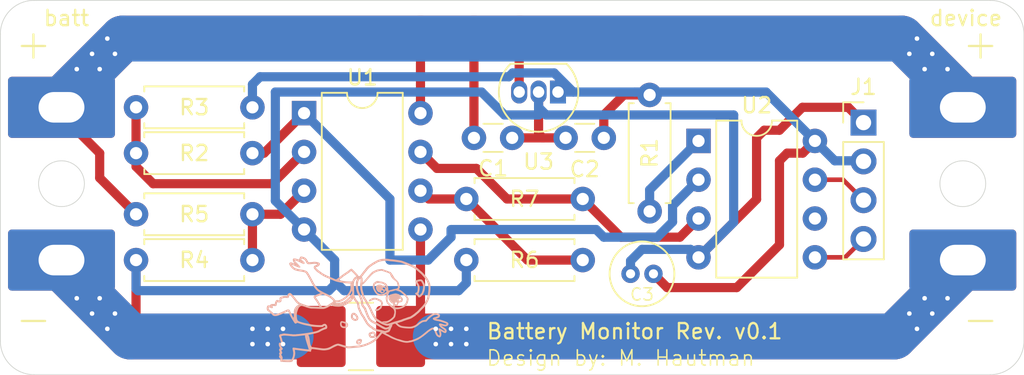
<source format=kicad_pcb>
(kicad_pcb (version 20240108) (generator "pcbnew") (generator_version "8.0")
  (layers (0 "F.Cu" signal) (31 "B.Cu" signal) (34 "B.Paste" user) (35 "F.Paste" user) (36 "B.SilkS" user "B.Silkscreen") (37 "F.SilkS" user "F.Silkscreen") (38 "B.Mask" user) (39 "F.Mask" user) (44 "Edge.Cuts" user))
  (net 0 "")
  (net 1 "+8.4V")
  (net 2 "GND")
  (net 3 "Net-(J1-Pin_3)")
  (net 4 "Net-(U2-~{RESET}{slash}PB5)")
  (net 5 "Net-(U1A--)")
  (net 6 "Net-(U2-XTAL1{slash}PB3)")
  (net 7 "Net-(U1A-+)")
  (net 9 "Net-(NegDevice1-Pin_1)")
  (net 10 "Net-(U1B--)")
  (net 11 "Net-(U2-XTAL2{slash}PB4)")
  (net 12 "Net-(J1-Pin_4)")
  (net 13 "/5v")
  (footprint "1_Custom_Pads:bhm_large_power_pad" (layer "F.Cu") (at 197 122)
    (property "Reference" "PosBatt1" (hide yes))
    (property "Value" "Conn_01x01" (hide yes))
    (pad "1" thru_hole roundrect (at 0 0) (size 7 4) (drill oval 3 2) (layers "*.Cu" "*.Mask") (roundrect_rratio 0.0625) (net 1 "+8.4V"))
  )
  (footprint "1_Custom_Pads:bhm_large_power_pad" (layer "F.Cu") (at 256 132)
    (property "Reference" "NegDevice1" (hide yes))
    (property "Value" "Conn_01x01" (hide yes))
    (pad "1" thru_hole roundrect (at 0 0) (size 7 4) (drill oval 3 2) (layers "*.Cu" "*.Mask") (roundrect_rratio 0.0625) (net 9 "Net-(NegDevice1-Pin_1)"))
  )
  (footprint "Resistor_SMD:R_2816_7142Metric_Pad3.20x4.45mm_HandSolder" (layer "F.Cu") (at 216.6 137 180)
    (property "Reference" "SENS1" (hide yes))
    (property "Value" ".01")
    (pad "1" smd roundrect (at -2.6 0 180) (size 3.2 4) (layers "F.Cu" "F.Paste" "F.Mask") (roundrect_rratio 0.078125) (net 9 "Net-(NegDevice1-Pin_1)"))
    (pad "2" smd roundrect (at 2.6 0 180) (size 3.2 4) (layers "F.Cu" "F.Paste" "F.Mask") (roundrect_rratio 0.078125) (net 2 "GND"))
  )
  (footprint "Resistor_THT:R_Axial_DIN0207_L6.3mm_D2.5mm_P7.62mm_Horizontal" (layer "F.Cu") (at 209.5 125 180)
    (property "Reference" "R2" (at 3.81 0 180) (layer "F.SilkS"))
    (property "Value" "300k" (hide yes))
    (pad "1" thru_hole circle (at 0 0 180) (size 1.6 1.6) (drill 0.8) (layers "*.Cu" "*.Mask") (net 6 "Net-(U2-XTAL1{slash}PB3)"))
    (pad "2" thru_hole oval (at 7.62 0 180) (size 1.6 1.6) (drill 0.8) (layers "*.Cu" "*.Mask") (net 5 "Net-(U1A--)"))
  )
  (footprint "Connector_PinHeader_2.54mm:PinHeader_1x04_P2.54mm_Vertical" (layer "F.Cu") (at 249.5 123)
    (property "Reference" "J1" (at 0 -2.33 0) (layer "F.SilkS"))
    (property "Value" "Conn_01x04")
    (pad "1" thru_hole rect (at 0 0) (size 1.7 1.7) (drill 1) (layers "*.Cu" "*.Mask") (net 2 "GND"))
    (pad "2" thru_hole oval (at 0 2.54) (size 1.7 1.7) (drill 1) (layers "*.Cu" "*.Mask") (net 13 "/5v"))
    (pad "3" thru_hole oval (at 0 5.08) (size 1.7 1.7) (drill 1) (layers "*.Cu" "*.Mask") (net 3 "Net-(J1-Pin_3)"))
    (pad "4" thru_hole oval (at 0 7.62) (size 1.7 1.7) (drill 1) (layers "*.Cu" "*.Mask") (net 12 "Net-(J1-Pin_4)"))
  )
  (footprint "Package_TO_SOT_THT:TO-92_Inline" (layer "F.Cu") (at 229.5 121 180)
    (property "Reference" "U3" (at 1.27 -4.56 180) (layer "F.SilkS"))
    (property "Value" "LM78L05_TO92" (hide yes))
    (pad "1" thru_hole rect (at 0 0 180) (size 1.05 1.5) (drill 0.75) (layers "*.Cu" "*.Mask") (net 13 "/5v"))
    (pad "2" thru_hole oval (at 1.27 0 180) (size 1.05 1.5) (drill 0.75) (layers "*.Cu" "*.Mask") (net 2 "GND"))
    (pad "3" thru_hole oval (at 2.54 0 180) (size 1.05 1.5) (drill 0.75) (layers "*.Cu" "*.Mask") (net 1 "+8.4V"))
  )
  (footprint "Resistor_THT:R_Axial_DIN0207_L6.3mm_D2.5mm_P7.62mm_Horizontal" (layer "F.Cu") (at 209.5 122 180)
    (property "Reference" "R3" (at 3.81 0 180) (layer "F.SilkS"))
    (property "Value" "300k")
    (pad "1" thru_hole circle (at 0 0 180) (size 1.6 1.6) (drill 0.8) (layers "*.Cu" "*.Mask") (net 13 "/5v"))
    (pad "2" thru_hole oval (at 7.62 0 180) (size 1.6 1.6) (drill 0.8) (layers "*.Cu" "*.Mask") (net 5 "Net-(U1A--)"))
  )
  (footprint "Resistor_THT:R_Axial_DIN0207_L6.3mm_D2.5mm_P7.62mm_Horizontal" (layer "F.Cu") (at 201.88 129)
    (property "Reference" "R5" (at 3.81 0 0) (layer "F.SilkS"))
    (property "Value" "300k" (hide yes))
    (pad "1" thru_hole circle (at 0 0) (size 1.6 1.6) (drill 0.8) (layers "*.Cu" "*.Mask") (net 1 "+8.4V"))
    (pad "2" thru_hole oval (at 7.62 0) (size 1.6 1.6) (drill 0.8) (layers "*.Cu" "*.Mask") (net 7 "Net-(U1A-+)"))
  )
  (footprint "1_Custom_Pads:bhm_large_power_pad" (layer "F.Cu") (at 256 122)
    (property "Reference" "PosDevice1" (hide yes))
    (property "Value" "Conn_01x01" (hide yes))
    (pad "1" thru_hole roundrect (at 0 0) (size 7 4) (drill oval 3 2) (layers "*.Cu" "*.Mask") (roundrect_rratio 0.0625) (net 1 "+8.4V"))
  )
  (footprint "Resistor_THT:R_Axial_DIN0207_L6.3mm_D2.5mm_P7.62mm_Horizontal" (layer "F.Cu") (at 231.12 132 180)
    (property "Reference" "R6" (at 3.81 0 180) (layer "F.SilkS"))
    (property "Value" "22k")
    (pad "1" thru_hole circle (at 0 0 180) (size 1.6 1.6) (drill 0.8) (layers "*.Cu" "*.Mask") (net 10 "Net-(U1B--)"))
    (pad "2" thru_hole oval (at 7.62 0 180) (size 1.6 1.6) (drill 0.8) (layers "*.Cu" "*.Mask") (net 2 "GND"))
  )
  (footprint "Capacitor_THT:C_Disc_D3.0mm_W1.6mm_P2.50mm" (layer "F.Cu") (at 232.5 124 180)
    (property "Reference" "C2" (at 1.25 -2.05 180) (layer "F.SilkS"))
    (property "Value" ".01uf")
    (pad "1" thru_hole circle (at 0 0 180) (size 1.6 1.6) (drill 0.8) (layers "*.Cu" "*.Mask") (net 13 "/5v"))
    (pad "2" thru_hole circle (at 2.5 0 180) (size 1.6 1.6) (drill 0.8) (layers "*.Cu" "*.Mask") (net 2 "GND"))
  )
  (footprint "Resistor_THT:R_Axial_DIN0207_L6.3mm_D2.5mm_P7.62mm_Horizontal" (layer "F.Cu") (at 235.5 121.19 -90)
    (property "Reference" "R1" (at 3.81 0 90) (layer "F.SilkS"))
    (property "Value" "10k")
    (pad "1" thru_hole circle (at 0 0 270) (size 1.6 1.6) (drill 0.8) (layers "*.Cu" "*.Mask") (net 13 "/5v"))
    (pad "2" thru_hole oval (at 7.62 0 270) (size 1.6 1.6) (drill 0.8) (layers "*.Cu" "*.Mask") (net 4 "Net-(U2-~{RESET}{slash}PB5)"))
  )
  (footprint "Package_DIP:DIP-8_W7.62mm" (layer "F.Cu") (at 238.7 124.2)
    (property "Reference" "U2" (at 3.81 -2.33 0) (layer "F.SilkS"))
    (property "Value" "ATtiny45-20P")
    (pad "1" thru_hole rect (at 0 0) (size 1.6 1.6) (drill 0.8) (layers "*.Cu" "*.Mask") (net 4 "Net-(U2-~{RESET}{slash}PB5)"))
    (pad "2" thru_hole oval (at 0 2.54) (size 1.6 1.6) (drill 0.8) (layers "*.Cu" "*.Mask") (net 6 "Net-(U2-XTAL1{slash}PB3)"))
    (pad "3" thru_hole oval (at 0 5.08) (size 1.6 1.6) (drill 0.8) (layers "*.Cu" "*.Mask") (net 11 "Net-(U2-XTAL2{slash}PB4)"))
    (pad "4" thru_hole oval (at 0 7.62) (size 1.6 1.6) (drill 0.8) (layers "*.Cu" "*.Mask") (net 2 "GND"))
    (pad "5" thru_hole oval (at 7.62 7.62) (size 1.6 1.6) (drill 0.8) (layers "*.Cu" "*.Mask") (net 12 "Net-(J1-Pin_4)"))
    (pad "6" thru_hole oval (at 7.62 5.08) (size 1.6 1.6) (drill 0.8) (layers "*.Cu" "*.Mask"))
    (pad "7" thru_hole oval (at 7.62 2.54) (size 1.6 1.6) (drill 0.8) (layers "*.Cu" "*.Mask") (net 3 "Net-(J1-Pin_3)"))
    (pad "8" thru_hole oval (at 7.62 0) (size 1.6 1.6) (drill 0.8) (layers "*.Cu" "*.Mask") (net 13 "/5v"))
  )
  (footprint "Package_DIP:DIP-8_W7.62mm" (layer "F.Cu") (at 212.88 122.38)
    (property "Reference" "U1" (at 3.81 -2.33 0) (layer "F.SilkS"))
    (property "Value" "LM358")
    (pad "1" thru_hole rect (at 0 0) (size 1.6 1.6) (drill 0.8) (layers "*.Cu" "*.Mask") (net 6 "Net-(U2-XTAL1{slash}PB3)"))
    (pad "2" thru_hole oval (at 0 2.54) (size 1.6 1.6) (drill 0.8) (layers "*.Cu" "*.Mask") (net 5 "Net-(U1A--)"))
    (pad "3" thru_hole oval (at 0 5.08) (size 1.6 1.6) (drill 0.8) (layers "*.Cu" "*.Mask") (net 7 "Net-(U1A-+)"))
    (pad "4" thru_hole oval (at 0 7.62) (size 1.6 1.6) (drill 0.8) (layers "*.Cu" "*.Mask") (net 2 "GND"))
    (pad "5" thru_hole oval (at 7.62 7.62) (size 1.6 1.6) (drill 0.8) (layers "*.Cu" "*.Mask") (net 9 "Net-(NegDevice1-Pin_1)"))
    (pad "6" thru_hole oval (at 7.62 5.08) (size 1.6 1.6) (drill 0.8) (layers "*.Cu" "*.Mask") (net 10 "Net-(U1B--)"))
    (pad "7" thru_hole oval (at 7.62 2.54) (size 1.6 1.6) (drill 0.8) (layers "*.Cu" "*.Mask") (net 11 "Net-(U2-XTAL2{slash}PB4)"))
    (pad "8" thru_hole oval (at 7.62 0) (size 1.6 1.6) (drill 0.8) (layers "*.Cu" "*.Mask") (net 1 "+8.4V"))
  )
  (footprint "Capacitor_THT:C_Disc_D3.0mm_W1.6mm_P2.50mm" (layer "F.Cu") (at 224 124)
    (property "Reference" "C1" (at 1.25 2 0) (layer "F.SilkS"))
    (property "Value" ".33uf")
    (pad "1" thru_hole circle (at 0 0) (size 1.6 1.6) (drill 0.8) (layers "*.Cu" "*.Mask") (net 1 "+8.4V"))
    (pad "2" thru_hole circle (at 2.5 0) (size 1.6 1.6) (drill 0.8) (layers "*.Cu" "*.Mask") (net 2 "GND"))
  )
  (footprint "Resistor_THT:R_Axial_DIN0207_L6.3mm_D2.5mm_P7.62mm_Horizontal" (layer "F.Cu") (at 231.12 128 180)
    (property "Reference" "R7" (at 3.81 0 180) (layer "F.SilkS"))
    (property "Value" "220k")
    (pad "1" thru_hole circle (at 0 0 180) (size 1.6 1.6) (drill 0.8) (layers "*.Cu" "*.Mask") (net 11 "Net-(U2-XTAL2{slash}PB4)"))
    (pad "2" thru_hole oval (at 7.62 0 180) (size 1.6 1.6) (drill 0.8) (layers "*.Cu" "*.Mask") (net 10 "Net-(U1B--)"))
  )
  (footprint "Resistor_THT:R_Axial_DIN0207_L6.3mm_D2.5mm_P7.62mm_Horizontal" (layer "F.Cu") (at 209.5 132 180)
    (property "Reference" "R4" (at 3.81 0 180) (layer "F.SilkS"))
    (property "Value" "300k" (hide yes))
    (pad "1" thru_hole circle (at 0 0 180) (size 1.6 1.6) (drill 0.8) (layers "*.Cu" "*.Mask") (net 7 "Net-(U1A-+)"))
    (pad "2" thru_hole oval (at 7.62 0 180) (size 1.6 1.6) (drill 0.8) (layers "*.Cu" "*.Mask") (net 2 "GND"))
  )
  (footprint "1_Custom_Pads:bhm_large_power_pad" (layer "F.Cu") (at 197 132)
    (property "Reference" "NegBatt1" (hide yes))
    (property "Value" "Conn_01x01" (hide yes))
    (pad "1" thru_hole roundrect (at 0 0) (size 7 4) (drill oval 3 2) (layers "*.Cu" "*.Mask") (roundrect_rratio 0.0625) (net 2 "GND"))
  )
  (footprint "Capacitor_THT:C_Radial_D4.0mm_H7.0mm_P1.50mm" (layer "F.Cu") (at 235.75 132.9 180)
    (property "Reference" "C3" (at 0.75 -1.35 180) (layer "F.SilkS") (effects (font (size 0.8 0.8) (thickness 0.1))))
    (property "Value" "100nf")
    (pad "1" thru_hole circle (at 0 0 180) (size 1.2 1.2) (drill 0.6) (layers "*.Cu" "*.Mask") (net 13 "/5v"))
    (pad "2" thru_hole circle (at 1.5 0 180) (size 1.2 1.2) (drill 0.6) (layers "*.Cu" "*.Mask") (net 2 "GND"))
  )
  (footprint "LOGO" (layer "B.Cu") (at 215.802631 135.5 160)
    (property "Reference" "G***" (hide yes))
    (property "Value" "LOGO" (hide yes))
  )
  (gr_circle (center 197 127) (end 198.5 127) (stroke (width 0.05)) (fill none) (layer "Edge.Cuts"))
  (gr_arc (start 260 137.3) (mid 259.355635 138.855635) (end 257.8 139.5) (stroke (width 0.05)) (layer "Edge.Cuts"))
  (gr_line (start 195.2 139.5) (end 257.8 139.5) (stroke (width 0.05)) (layer "Edge.Cuts"))
  (gr_arc (start 193 117.2) (mid 193.644365 115.644365) (end 195.2 115) (stroke (width 0.05)) (layer "Edge.Cuts"))
  (gr_line (start 257.8 115) (end 195.2 115) (stroke (width 0.05)) (layer "Edge.Cuts"))
  (gr_arc (start 195.2 139.5) (mid 193.644365 138.855635) (end 193 137.3) (stroke (width 0.05)) (layer "Edge.Cuts"))
  (gr_line (start 193 117.2) (end 193 137.3) (stroke (width 0.05)) (layer "Edge.Cuts"))
  (gr_line (start 260 117.2) (end 260 137.3) (stroke (width 0.05)) (layer "Edge.Cuts"))
  (gr_arc (start 257.8 115) (mid 259.355635 115.644365) (end 260 117.2) (stroke (width 0.05)) (layer "Edge.Cuts"))
  (gr_circle (center 256 127) (end 257.5 127) (stroke (width 0.05)) (fill none) (layer "Edge.Cuts"))
  (gr_text "Design by: M. Hautman" (at 224.75 139 0) (layer "F.SilkS") (effects (font (size 1 1) (thickness 0.1)) (justify left bottom)))
  (gr_text "device" (at 253.75 116.75 0) (layer "F.SilkS") (effects (font (size 1 1)) (justify left bottom)))
  (gr_text "+" (at 258.5 119 0) (layer "F.SilkS") (effects (font (size 2 2)) (justify left bottom mirror)))
  (gr_text "+" (at 196.5 119 0) (layer "F.SilkS") (effects (font (size 2 2)) (justify left bottom mirror)))
  (gr_text "Battery Monitor Rev. v0.1" (at 224.75 137.25 0) (layer "F.SilkS") (effects (font (size 1 1)) (justify left bottom)))
  (gr_text "batt" (at 195.75 116.75 0) (layer "F.SilkS") (effects (font (size 1 1)) (justify left bottom)))
  (gr_text "-" (at 258.5 137 0) (layer "F.SilkS") (effects (font (size 2 2)) (justify left bottom mirror)))
  (gr_text "-" (at 196.5 137 0) (layer "F.SilkS") (effects (font (size 2 2)) (justify left bottom mirror)))
  (segment (start 226.96 121) (end 226.96 117.54) (width 0.6) (layer "F.Cu") (net 1))
  (segment (start 256.5 122) (end 252 117.5) (width 3) (layer "F.Cu") (net 1))
  (segment (start 227 117.5) (end 224 117.5) (width 3) (layer "F.Cu") (net 1))
  (segment (start 201.88 129) (end 199.5 126.62) (width 0.6) (layer "F.Cu") (net 1))
  (segment (start 199.5 126.62) (end 199.5 125) (width 0.6) (layer "F.Cu") (net 1))
  (segment (start 224 117.5) (end 220.5 117.5) (width 3) (layer "F.Cu") (net 1))
  (segment (start 199.5 125) (end 196.5 122) (width 0.6) (layer "F.Cu") (net 1))
  (segment (start 201 117.5) (end 196.5 122) (width 3) (layer "F.Cu") (net 1))
  (segment (start 220.5 117.5) (end 201 117.5) (width 3) (layer "F.Cu") (net 1))
  (segment (start 224 124) (end 224 117.5) (width 0.6) (layer "F.Cu") (net 1))
  (segment (start 226.96 117.54) (end 227 117.5) (width 0.3) (layer "F.Cu") (net 1))
  (segment (start 252 117.5) (end 227 117.5) (width 3) (layer "F.Cu") (net 1))
  (segment (start 220.5 122.38) (end 220.5 117.5) (width 0.6) (layer "F.Cu") (net 1))
  (via (at 253.5 119.5) (size 0.6) (drill 0.3) (layers "F.Cu" "B.Cu") (net 1))
  (via (at 255 119.5) (size 0.6) (drill 0.3) (layers "F.Cu" "B.Cu") (net 1))
  (via (at 200 117.5) (size 0.6) (drill 0.3) (layers "F.Cu" "B.Cu") (net 1))
  (via (at 253 117.5) (size 0.6) (drill 0.3) (layers "F.Cu" "B.Cu") (net 1))
  (via (at 199 118.5) (size 0.6) (drill 0.3) (layers "F.Cu" "B.Cu") (net 1))
  (via (at 199.5 119.5) (size 0.6) (drill 0.3) (layers "F.Cu" "B.Cu") (net 1))
  (via (at 198 119.5) (size 0.6) (drill 0.3) (layers "F.Cu" "B.Cu") (net 1))
  (via (at 254 118.5) (size 0.6) (drill 0.3) (layers "F.Cu" "B.Cu") (net 1))
  (via (at 252.5 118.5) (size 0.6) (drill 0.3) (layers "F.Cu" "B.Cu") (net 1))
  (via (at 200.5 118.5) (size 0.6) (drill 0.3) (layers "F.Cu" "B.Cu") (net 1))
  (segment (start 252 117.5) (end 256.5 122) (width 3) (layer "B.Cu") (net 1))
  (segment (start 201 117.5) (end 252 117.5) (width 3) (layer "B.Cu") (net 1))
  (segment (start 196.5 122) (end 201 117.5) (width 3) (layer "B.Cu") (net 1))
  (segment (start 196.5 132) (end 201.5 137) (width 3) (layer "F.Cu") (net 2))
  (segment (start 201.5 137) (end 214 137) (width 3) (layer "F.Cu") (net 2))
  (segment (start 244 123.5) (end 245.5 122) (width 0.6) (layer "F.Cu") (net 2))
  (segment (start 238.7 131.82) (end 242.5 128.02) (width 0.6) (layer "F.Cu") (net 2))
  (segment (start 228.23 123.73) (end 228.5 124) (width 0.6) (layer "F.Cu") (net 2))
  (segment (start 243 123.5) (end 244 123.5) (width 0.6) (layer "F.Cu") (net 2))
  (segment (start 242.5 128.02) (end 242.5 124) (width 0.6) (layer "F.Cu") (net 2))
  (segment (start 228.23 121) (end 228.23 123.73) (width 0.6) (layer "F.Cu") (net 2))
  (segment (start 248.5 122) (end 249.5 123) (width 0.6) (layer "F.Cu") (net 2))
  (segment (start 242.5 124) (end 243 123.5) (width 0.6) (layer "F.Cu") (net 2))
  (segment (start 245.5 122) (end 248.5 122) (width 0.6) (layer "F.Cu") (net 2))
  (segment (start 228.5 124) (end 230 124) (width 0.6) (layer "F.Cu") (net 2))
  (segment (start 226.5 124) (end 228.5 124) (width 0.6) (layer "F.Cu") (net 2))
  (segment (start 201.88 136.62) (end 201.5 137) (width 0.6) (layer "F.Cu") (net 2))
  (segment (start 201.88 132) (end 201.88 136.62) (width 0.6) (layer "F.Cu") (net 2))
  (via (at 211.5 136.5) (size 0.6) (drill 0.3) (layers "F.Cu" "B.Cu") (net 2))
  (via (at 209.5 136.5) (size 0.6) (drill 0.3) (layers "F.Cu" "B.Cu") (net 2))
  (via (at 210.5 136.5) (size 0.6) (drill 0.3) (layers "F.Cu" "B.Cu") (net 2))
  (via (at 199 135.5) (size 0.6) (drill 0.3) (layers "F.Cu" "B.Cu") (net 2))
  (via (at 211.5 137.5) (size 0.6) (drill 0.3) (layers "F.Cu" "B.Cu") (net 2))
  (via (at 200 136.5) (size 0.6) (drill 0.3) (layers "F.Cu" "B.Cu") (net 2))
  (via (at 209.5 137.5) (size 0.6) (drill 0.3) (layers "F.Cu" "B.Cu") (net 2))
  (via (at 198 134.5) (size 0.6) (drill 0.3) (layers "F.Cu" "B.Cu") (net 2))
  (via (at 199.5 134.5) (size 0.6) (drill 0.3) (layers "F.Cu" "B.Cu") (net 2))
  (via (at 210.5 137.5) (size 0.6) (drill 0.3) (layers "F.Cu" "B.Cu") (net 2))
  (via (at 200.5 135.5) (size 0.6) (drill 0.3) (layers "F.Cu" "B.Cu") (net 2))
  (segment (start 238.7 131.82) (end 238.18 131.3) (width 0.6) (layer "B.Cu") (net 2))
  (segment (start 241 129.52) (end 238.7 131.82) (width 0.6) (layer "B.Cu") (net 2))
  (segment (start 202 134) (end 201.88 133.88) (width 0.6) (layer "B.Cu") (net 2))
  (segment (start 235 131.3) (end 234.25 132.05) (width 0.6) (layer "B.Cu") (net 2))
  (segment (start 214.88 133.5) (end 214.88 133.62) (width 0.6) (layer "B.Cu") (net 2))
  (segment (start 201.88 133.88) (end 201.88 132) (width 0.6) (layer "B.Cu") (net 2))
  (segment (start 211 121) (end 211 128.12) (width 0.6) (layer "B.Cu") (net 2))
  (segment (start 214.88 133.62) (end 214.5 134) (width 0.6) (layer "B.Cu") (net 2))
  (segment (start 214.88 133.5) (end 215 133.5) (width 0.6) (layer "B.Cu") (net 2))
  (segment (start 215.5 134) (end 223 134) (width 0.6) (layer "B.Cu") (net 2))
  (segment (start 249 122.5) (end 249.5 123) (width 0.6) (layer "B.Cu") (net 2))
  (segment (start 228.23 122.005) (end 228.23 122.5) (width 0.6) (layer "B.Cu") (net 2))
  (segment (start 196.5 132) (end 201.5 137) (width 3) (layer "B.Cu") (net 2))
  (segment (start 241 122.5) (end 241 129.52) (width 0.6) (layer "B.Cu") (net 2))
  (segment (start 214.88 132) (end 214.88 133.5) (width 0.6) (layer "B.Cu") (net 2))
  (segment (start 214.88 132) (end 212.88 130) (width 0.6) (layer "B.Cu") (net 2))
  (segment (start 211 128.12) (end 212.88 130) (width 0.6) (layer "B.Cu") (net 2))
  (segment (start 228.725 122.5) (end 241 122.5) (width 0.6) (layer "B.Cu") (net 2))
  (segment (start 228.23 122.5) (end 226 122.5) (width 0.6) (layer "B.Cu") (net 2))
  (segment (start 214.5 134) (end 202 134) (width 0.6) (layer "B.Cu") (net 2))
  (segment (start 228.23 122.005) (end 228.725 122.5) (width 0.6) (layer "B.Cu") (net 2))
  (segment (start 226 122.5) (end 224.5 121) (width 0.6) (layer "B.Cu") (net 2))
  (segment (start 223 134) (end 223.5 133.5) (width 0.6) (layer "B.Cu") (net 2))
  (segment (start 223.5 133.5) (end 223.5 132) (width 0.6) (layer "B.Cu") (net 2))
  (segment (start 224.5 121) (end 211 121) (width 0.6) (layer "B.Cu") (net 2))
  (segment (start 234.25 132.05) (end 234.25 132.9) (width 0.6) (layer "B.Cu") (net 2))
  (segment (start 201.5 137) (end 212 137) (width 3) (layer "B.Cu") (net 2))
  (segment (start 238.18 131.3) (end 235 131.3) (width 0.6) (layer "B.Cu") (net 2))
  (segment (start 215 133.5) (end 215.5 134) (width 0.6) (layer "B.Cu") (net 2))
  (segment (start 228.23 121) (end 228.23 122.005) (width 0.6) (layer "B.Cu") (net 2))
  (segment (start 248.16 126.74) (end 249.5 128.08) (width 0.3) (layer "F.Cu") (net 3))
  (segment (start 246.32 126.74) (end 248.16 126.74) (width 0.3) (layer "F.Cu") (net 3))
  (segment (start 235.5 127.4) (end 235.5 128.81) (width 0.6) (layer "B.Cu") (net 4))
  (segment (start 238.7 124.2) (end 235.5 127.4) (width 0.6) (layer "B.Cu") (net 4))
  (segment (start 201.88 122) (end 201.88 125) (width 0.6) (layer "F.Cu") (net 5))
  (segment (start 201.88 125) (end 201.88 125.88) (width 0.6) (layer "F.Cu") (net 5))
  (segment (start 210.8 127) (end 212.88 124.92) (width 0.6) (layer "F.Cu") (net 5))
  (segment (start 201.88 125.88) (end 203 127) (width 0.6) (layer "F.Cu") (net 5))
  (segment (start 203 127) (end 210.8 127) (width 0.6) (layer "F.Cu") (net 5))
  (segment (start 209.5 125) (end 210.26 125) (width 0.6) (layer "F.Cu") (net 6))
  (segment (start 210.26 125) (end 212.88 122.38) (width 0.6) (layer "F.Cu") (net 6))
  (segment (start 238.7 126.74) (end 237 128.44) (width 0.6) (layer "B.Cu") (net 6))
  (segment (start 222.5 130) (end 222.5 130.5) (width 0.6) (layer "B.Cu") (net 6))
  (segment (start 236 130.5) (end 232.5 130.5) (width 0.6) (layer "B.Cu") (net 6))
  (segment (start 237 129.5) (end 236 130.5) (width 0.6) (layer "B.Cu") (net 6))
  (segment (start 237 128.44) (end 237 129.5) (width 0.6) (layer "B.Cu") (net 6))
  (segment (start 232.5 130.5) (end 232 130) (width 0.6) (layer "B.Cu") (net 6))
  (segment (start 218.5 128) (end 212.88 122.38) (width 0.6) (layer "B.Cu") (net 6))
  (segment (start 232 130) (end 222.5 130) (width 0.6) (layer "B.Cu") (net 6))
  (segment (start 222.5 130.5) (end 221 132) (width 0.6) (layer "B.Cu") (net 6))
  (segment (start 218.5 132) (end 218.5 128) (width 0.6) (layer "B.Cu") (net 6))
  (segment (start 221 132) (end 218.5 132) (width 0.6) (layer "B.Cu") (net 6))
  (segment (start 211.34 129) (end 212.88 127.46) (width 0.6) (layer "F.Cu") (net 7))
  (segment (start 209.5 129) (end 209.5 132) (width 0.6) (layer "F.Cu") (net 7))
  (segment (start 209.5 129) (end 211.34 129) (width 0.6) (layer "F.Cu") (net 7))
  (segment (start 219.2 137) (end 251.5 137) (width 3) (layer "F.Cu") (net 9))
  (segment (start 220.5 130) (end 220.5 135.7) (width 0.6) (layer "F.Cu") (net 9))
  (segment (start 220.5 135.7) (end 219.2 137) (width 0.6) (layer "F.Cu") (net 9))
  (segment (start 251.5 137) (end 256.5 132) (width 3) (layer "F.Cu") (net 9))
  (via (at 222.5 137.5) (size 0.6) (drill 0.3) (layers "F.Cu" "B.Cu") (net 9))
  (via (at 253.5 134.5) (size 0.6) (drill 0.3) (layers "F.Cu" "B.Cu") (net 9))
  (via (at 255 134.5) (size 0.6) (drill 0.3) (layers "F.Cu" "B.Cu") (net 9))
  (via (at 223.5 137.5) (size 0.6) (drill 0.3) (layers "F.Cu" "B.Cu") (net 9))
  (via (at 253 136.5) (size 0.6) (drill 0.3) (layers "F.Cu" "B.Cu") (net 9))
  (via (at 221.5 136.5) (size 0.6) (drill 0.3) (layers "F.Cu" "B.Cu") (net 9))
  (via (at 252.5 135.5) (size 0.6) (drill 0.3) (layers "F.Cu" "B.Cu") (net 9))
  (via (at 221.5 137.5) (size 0.6) (drill 0.3) (layers "F.Cu" "B.Cu") (net 9))
  (via (at 254 135.5) (size 0.6) (drill 0.3) (layers "F.Cu" "B.Cu") (net 9))
  (via (at 222.5 136.5) (size 0.6) (drill 0.3) (layers "F.Cu" "B.Cu") (net 9))
  (via (at 223.5 136.5) (size 0.6) (drill 0.3) (layers "F.Cu" "B.Cu") (net 9))
  (segment (start 251.5 137) (end 221.5 137) (width 3) (layer "B.Cu") (net 9))
  (segment (start 256.5 132) (end 251.5 137) (width 3) (layer "B.Cu") (net 9))
  (segment (start 223.5 128) (end 227.5 132) (width 0.6) (layer "F.Cu") (net 10))
  (segment (start 223.5 128) (end 221.04 128) (width 0.6) (layer "F.Cu") (net 10))
  (segment (start 227.5 132) (end 231.12 132) (width 0.6) (layer "F.Cu") (net 10))
  (segment (start 221.04 128) (end 220.5 127.46) (width 0.6) (layer "F.Cu") (net 10))
  (segment (start 226.161522 128) (end 224.161522 126) (width 0.6) (layer "F.Cu") (net 11))
  (segment (start 221.58 126) (end 220.5 124.92) (width 0.6) (layer "F.Cu") (net 11))
  (segment (start 231.12 128) (end 226.161522 128) (width 0.6) (layer "F.Cu") (net 11))
  (segment (start 231.12 128) (end 233.62 130.5) (width 0.6) (layer "F.Cu") (net 11))
  (segment (start 237.48 130.5) (end 238.7 129.28) (width 0.6) (layer "F.Cu") (net 11))
  (segment (start 224.161522 126) (end 221.58 126) (width 0.6) (layer "F.Cu") (net 11))
  (segment (start 233.62 130.5) (end 237.48 130.5) (width 0.6) (layer "F.Cu") (net 11))
  (segment (start 248.3 131.82) (end 249.5 130.62) (width 0.3) (layer "F.Cu") (net 12))
  (segment (start 246.32 131.82) (end 248.3 131.82) (width 0.3) (layer "F.Cu") (net 12))
  (segment (start 232.5 122.5) (end 232.5 124) (width 0.6) (layer "F.Cu") (net 13))
  (segment (start 235.31 121) (end 235.5 121.19) (width 0.3) (layer "F.Cu") (net 13))
  (segment (start 244 131) (end 241.2 133.8) (width 0.6) (layer "F.Cu") (net 13))
  (segment (start 233.81 121.19) (end 232.5 122.5) (width 0.6) (layer "F.Cu") (net 13))
  (segment (start 244 125.5) (end 244 131) (width 0.6) (layer "F.Cu") (net 13))
  (segment (start 244.5 125) (end 244 125.5) (width 0.6) (layer "F.Cu") (net 13))
  (segment (start 245.520001 124.999999) (end 244.5 125) (width 0.6) (layer "F.Cu") (net 13))
  (segment (start 236.65 133.8) (end 235.75 132.9) (width 0.6) (layer "F.Cu") (net 13))
  (segment (start 235.5 121.19) (end 233.81 121.19) (width 0.6) (layer "F.Cu") (net 13))
  (segment (start 246.32 124.2) (end 245.520001 124.999999) (width 0.6) (layer "F.Cu") (net 13))
  (segment (start 232.88 123.62) (end 232.5 124) (width 0.2) (layer "F.Cu") (net 13))
  (segment (start 241.2 133.8) (end 236.65 133.8) (width 0.6) (layer "F.Cu") (net 13))
  (segment (start 230.5 121) (end 229.25 119.75) (width 0.6) (layer "B.Cu") (net 13))
  (segment (start 235.31 121) (end 235.5 121.19) (width 0.6) (layer "B.Cu") (net 13))
  (segment (start 210 120) (end 209.5 120.5) (width 0.6) (layer "B.Cu") (net 13))
  (segment (start 226.285431 120) (end 210 120) (width 0.6) (layer "B.Cu") (net 13))
  (segment (start 247.62 125.5) (end 249.46 125.5) (width 0.6) (layer "B.Cu") (net 13))
  (segment (start 229.25 119.75) (end 226.535431 119.75) (width 0.6) (layer "B.Cu") (net 13))
  (segment (start 230.5 121) (end 233.5 121) (width 0.6) (layer "B.Cu") (net 13))
  (segment (start 229.5 121) (end 230.5 121) (width 0.6) (layer "B.Cu") (net 13))
  (segment (start 246.32 124.2) (end 247.62 125.5) (width 0.6) (layer "B.Cu") (net 13))
  (segment (start 234.5 121) (end 235.31 121) (width 0.6) (layer "B.Cu") (net 13))
  (segment (start 234.5 121) (end 243.12 121) (width 0.6) (layer "B.Cu") (net 13))
  (segment (start 209.5 120.5) (end 209.5 122) (width 0.6) (layer "B.Cu") (net 13))
  (segment (start 233.5 121) (end 234.5 121) (width 0.6) (layer "B.Cu") (net 13))
  (segment (start 249.46 125.5) (end 249.5 125.54) (width 0.6) (layer "B.Cu") (net 13))
  (segment (start 243.12 121) (end 246.32 124.2) (width 0.6) (layer "B.Cu") (net 13))
  (segment (start 226.535431 119.75) (end 226.285431 120) (width 0.6) (layer "B.Cu") (net 13))
)
</source>
